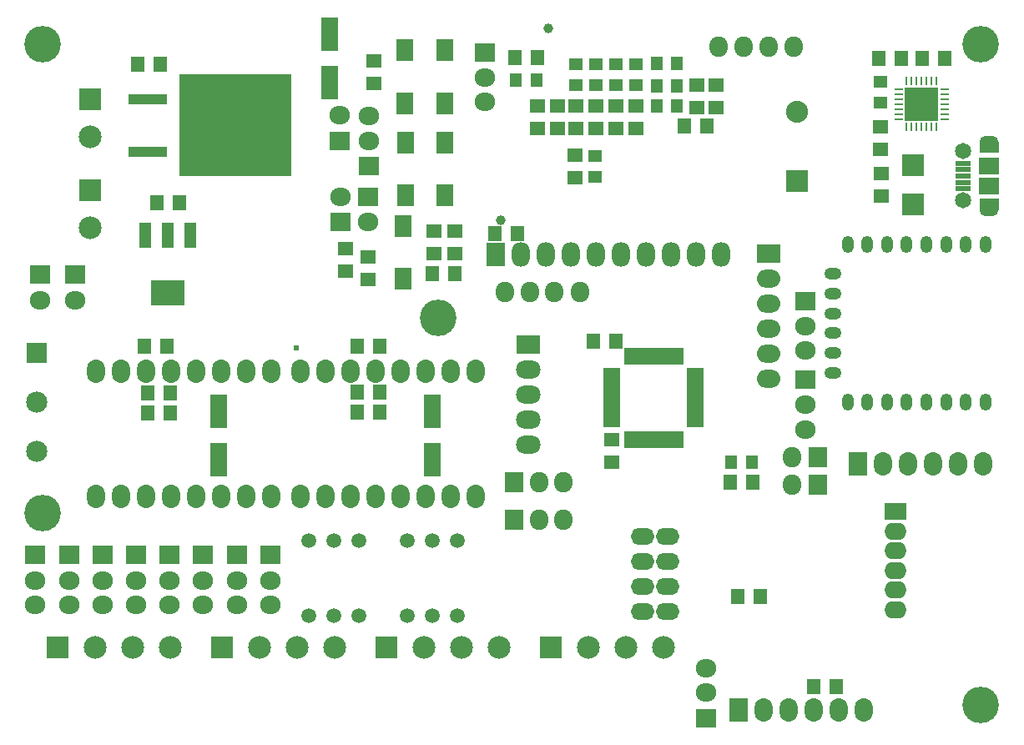
<source format=gts>
G04*
G04 #@! TF.GenerationSoftware,Altium Limited,Altium Designer,18.1.6 (161)*
G04*
G04 Layer_Color=8388736*
%FSTAX24Y24*%
%MOIN*%
G70*
G01*
G75*
%ADD32R,0.1540X0.0390*%
%ADD33R,0.4510X0.4110*%
%ADD38R,0.0380X0.0080*%
%ADD39R,0.0080X0.0380*%
%ADD44R,0.0880X0.0680*%
%ADD45O,0.0880X0.0680*%
%ADD46R,0.0630X0.0580*%
%ADD47R,0.0580X0.0630*%
%ADD48R,0.0610X0.0240*%
%ADD49R,0.0710X0.1320*%
%ADD50R,0.0190X0.0660*%
%ADD51R,0.0660X0.0190*%
%ADD52R,0.0513X0.0552*%
%ADD53R,0.1379X0.1025*%
%ADD54R,0.0474X0.1025*%
%ADD55R,0.0671X0.0867*%
%ADD56R,0.0552X0.0513*%
%ADD57O,0.0480X0.0680*%
%ADD58O,0.0680X0.0480*%
%ADD59R,0.1320X0.1320*%
%ADD60R,0.0867X0.0867*%
%ADD61R,0.0830X0.0670*%
%ADD62R,0.0230X0.0230*%
%ADD63O,0.0930X0.0730*%
%ADD64R,0.0930X0.0730*%
%ADD65O,0.0730X0.0930*%
%ADD66R,0.0730X0.0930*%
%ADD67R,0.0830X0.0730*%
%ADD68O,0.0830X0.0730*%
%ADD69C,0.1460*%
%ADD70R,0.0907X0.0907*%
%ADD71C,0.0907*%
%ADD72O,0.0730X0.0830*%
%ADD73R,0.0730X0.0830*%
%ADD74C,0.0592*%
%ADD75O,0.0940X0.0680*%
%ADD76O,0.0730X0.0980*%
%ADD77R,0.0730X0.0980*%
%ADD78O,0.0980X0.0730*%
%ADD79R,0.0980X0.0730*%
%ADD80C,0.0848*%
%ADD81R,0.0848X0.0848*%
%ADD82R,0.0907X0.0907*%
%ADD83C,0.0880*%
%ADD84R,0.0880X0.0880*%
%ADD85O,0.0750X0.0480*%
%ADD86C,0.0320*%
%ADD87C,0.0650*%
%ADD88C,0.0395*%
G36*
X052925Y038454D02*
X052175D01*
Y037994D01*
X052925D01*
Y038454D01*
D02*
G37*
G36*
Y04029D02*
X052175D01*
Y04075D01*
X052925D01*
Y04029D01*
D02*
G37*
D32*
X018945Y04035D02*
D03*
Y042429D02*
D03*
D33*
X02244Y04139D02*
D03*
D38*
X050755Y041647D02*
D03*
Y041844D02*
D03*
Y042041D02*
D03*
Y042238D02*
D03*
Y042435D02*
D03*
Y042632D02*
D03*
Y042828D02*
D03*
X048925D02*
D03*
Y042632D02*
D03*
Y042435D02*
D03*
Y042238D02*
D03*
Y042041D02*
D03*
Y041844D02*
D03*
Y041647D02*
D03*
D39*
X050431Y043153D02*
D03*
X050234D02*
D03*
X050037D02*
D03*
X04984D02*
D03*
X049643D02*
D03*
X049446D02*
D03*
X049249D02*
D03*
Y041323D02*
D03*
X049446D02*
D03*
X049643D02*
D03*
X04984D02*
D03*
X050037D02*
D03*
X050234D02*
D03*
X050431D02*
D03*
D44*
X04879Y025969D02*
D03*
D45*
Y025182D02*
D03*
Y024394D02*
D03*
Y023607D02*
D03*
Y02282D02*
D03*
Y022032D02*
D03*
D46*
X03747Y02795D02*
D03*
Y02885D02*
D03*
X04825Y038568D02*
D03*
Y039468D02*
D03*
X031191Y03628D02*
D03*
Y03718D02*
D03*
X03038D02*
D03*
Y03628D02*
D03*
X02798Y04307D02*
D03*
Y04397D02*
D03*
X02682Y03557D02*
D03*
Y03647D02*
D03*
X02774Y03525D02*
D03*
Y03615D02*
D03*
X0353Y042158D02*
D03*
Y041258D02*
D03*
X0345Y042158D02*
D03*
Y041258D02*
D03*
X03601Y039308D02*
D03*
Y040208D02*
D03*
X03682Y042158D02*
D03*
Y041258D02*
D03*
X03602Y042158D02*
D03*
Y041258D02*
D03*
X03762Y042158D02*
D03*
Y041258D02*
D03*
X03842Y042158D02*
D03*
Y041258D02*
D03*
X04087Y042108D02*
D03*
Y043008D02*
D03*
X041633Y042108D02*
D03*
Y043008D02*
D03*
X04821Y040448D02*
D03*
Y041348D02*
D03*
D47*
X03675Y03278D02*
D03*
X03765D02*
D03*
X04552Y01898D02*
D03*
X04642D02*
D03*
X01982Y03071D02*
D03*
X01892D02*
D03*
X01982Y02991D02*
D03*
X01892D02*
D03*
X02821Y03073D02*
D03*
X02731D02*
D03*
X02821Y02993D02*
D03*
X02731D02*
D03*
X04339Y02257D02*
D03*
X04249D02*
D03*
X043116Y02712D02*
D03*
X042216D02*
D03*
X0337Y03708D02*
D03*
X0328D02*
D03*
X0303Y03548D02*
D03*
X0312D02*
D03*
X02821Y03258D02*
D03*
X02731D02*
D03*
X01971D02*
D03*
X01881D02*
D03*
X02019Y03829D02*
D03*
X01929D02*
D03*
X01944Y04384D02*
D03*
X01854D02*
D03*
X0345Y044108D02*
D03*
X0336D02*
D03*
X04127Y041358D02*
D03*
X04037D02*
D03*
X04815Y044058D02*
D03*
X04905D02*
D03*
X050773D02*
D03*
X049873D02*
D03*
D48*
X051497Y039116D02*
D03*
Y039372D02*
D03*
Y039883D02*
D03*
Y039628D02*
D03*
Y03886D02*
D03*
D49*
X02176Y02803D02*
D03*
Y029959D02*
D03*
X03031Y02803D02*
D03*
Y029959D02*
D03*
X02621Y043095D02*
D03*
Y045025D02*
D03*
D50*
X040225Y028844D02*
D03*
X040028D02*
D03*
X039831D02*
D03*
X039634D02*
D03*
X039437D02*
D03*
X039241D02*
D03*
X039044D02*
D03*
X038847D02*
D03*
X03865D02*
D03*
X038453D02*
D03*
X038256D02*
D03*
X038059D02*
D03*
Y032164D02*
D03*
X038256D02*
D03*
X038453D02*
D03*
X03865D02*
D03*
X038847D02*
D03*
X039044D02*
D03*
X039241D02*
D03*
X039437D02*
D03*
X039634D02*
D03*
X039831D02*
D03*
X040028D02*
D03*
X040225D02*
D03*
D51*
X037482Y029422D02*
D03*
Y029619D02*
D03*
Y029816D02*
D03*
Y030012D02*
D03*
Y030209D02*
D03*
Y030406D02*
D03*
Y030603D02*
D03*
Y0308D02*
D03*
Y030997D02*
D03*
Y031193D02*
D03*
Y03139D02*
D03*
Y031587D02*
D03*
X040802D02*
D03*
Y03139D02*
D03*
Y031193D02*
D03*
Y030997D02*
D03*
Y0308D02*
D03*
Y030603D02*
D03*
Y030406D02*
D03*
Y030209D02*
D03*
Y030012D02*
D03*
Y029816D02*
D03*
Y029619D02*
D03*
Y029422D02*
D03*
D52*
X042237Y02792D02*
D03*
X043063D02*
D03*
X033637Y043208D02*
D03*
X034463D02*
D03*
X039257Y042158D02*
D03*
X040083D02*
D03*
X039257Y042958D02*
D03*
X040083D02*
D03*
X039257Y043858D02*
D03*
X040083D02*
D03*
D53*
X01974Y034717D02*
D03*
D54*
X018834Y037D02*
D03*
X01974D02*
D03*
X020646D02*
D03*
D55*
X02914Y037383D02*
D03*
Y035257D02*
D03*
X02924Y040713D02*
D03*
Y038587D02*
D03*
X03081Y040713D02*
D03*
Y038587D02*
D03*
X02921Y044409D02*
D03*
Y042283D02*
D03*
X03081Y044407D02*
D03*
Y042281D02*
D03*
D56*
X036818Y040153D02*
D03*
Y039326D02*
D03*
X03842Y043821D02*
D03*
Y042994D02*
D03*
X03762Y043821D02*
D03*
Y042994D02*
D03*
X03682Y043821D02*
D03*
Y042994D02*
D03*
X03602Y043821D02*
D03*
Y042994D02*
D03*
X0482Y042305D02*
D03*
Y043131D02*
D03*
D57*
X052398Y036634D02*
D03*
X051611D02*
D03*
X050823D02*
D03*
X050036D02*
D03*
X049248D02*
D03*
X048461D02*
D03*
X047674D02*
D03*
X046886D02*
D03*
Y030335D02*
D03*
X047674D02*
D03*
X048461D02*
D03*
X049248D02*
D03*
X050036D02*
D03*
X050823D02*
D03*
X051611D02*
D03*
X052398D02*
D03*
D58*
X046296Y035453D02*
D03*
Y034666D02*
D03*
Y033878D02*
D03*
Y033091D02*
D03*
Y032304D02*
D03*
Y031516D02*
D03*
D59*
X04984Y042238D02*
D03*
D60*
X04949Y038241D02*
D03*
Y039815D02*
D03*
D61*
X05255Y039765D02*
D03*
Y038978D02*
D03*
D62*
X02486Y0325D02*
D03*
D63*
X04374Y03228D02*
D03*
Y03528D02*
D03*
Y03428D02*
D03*
Y03328D02*
D03*
Y03128D02*
D03*
D64*
Y03628D02*
D03*
D65*
X04753Y01802D02*
D03*
X04653D02*
D03*
X04553D02*
D03*
X04453D02*
D03*
X04353D02*
D03*
X05229Y02787D02*
D03*
X05129D02*
D03*
X05029D02*
D03*
X04929D02*
D03*
X04829D02*
D03*
X02504Y02658D02*
D03*
X02604D02*
D03*
X02704D02*
D03*
X02804D02*
D03*
X02904D02*
D03*
X03004D02*
D03*
X03104D02*
D03*
X03204D02*
D03*
Y03158D02*
D03*
X03104D02*
D03*
X03004D02*
D03*
X02904D02*
D03*
X02804D02*
D03*
X02704D02*
D03*
X02604D02*
D03*
X02504D02*
D03*
X01687Y02658D02*
D03*
X01787D02*
D03*
X01887D02*
D03*
X01987D02*
D03*
X02087D02*
D03*
X02187D02*
D03*
X02287D02*
D03*
X02387D02*
D03*
Y03158D02*
D03*
X02287D02*
D03*
X02187D02*
D03*
X02087D02*
D03*
X01987D02*
D03*
X01887D02*
D03*
X01787D02*
D03*
X01687D02*
D03*
D66*
X04253Y01802D02*
D03*
X04729Y02787D02*
D03*
D67*
X02383Y02422D02*
D03*
X02249D02*
D03*
X02115D02*
D03*
X01981D02*
D03*
X01847D02*
D03*
X01713D02*
D03*
X01579D02*
D03*
X01445D02*
D03*
X04124Y01771D02*
D03*
X01605Y03542D02*
D03*
X01463D02*
D03*
X02661Y04078D02*
D03*
X02777Y03977D02*
D03*
X02663Y03753D02*
D03*
X02775Y03853D02*
D03*
X03241Y04431D02*
D03*
X04519Y03438D02*
D03*
Y03124D02*
D03*
D68*
X02383Y02321D02*
D03*
Y02223D02*
D03*
X02249Y02321D02*
D03*
Y02223D02*
D03*
X02115D02*
D03*
Y02321D02*
D03*
X01981Y02223D02*
D03*
Y02321D02*
D03*
X01847Y02223D02*
D03*
Y02321D02*
D03*
X01713Y02223D02*
D03*
Y02321D02*
D03*
X01579Y02223D02*
D03*
Y02321D02*
D03*
X01445D02*
D03*
Y02223D02*
D03*
X04124Y0197D02*
D03*
Y01872D02*
D03*
X01605Y03441D02*
D03*
X01463D02*
D03*
X02661Y04179D02*
D03*
X02777Y04176D02*
D03*
Y04078D02*
D03*
X02663Y03854D02*
D03*
X02775Y03752D02*
D03*
X03241Y04232D02*
D03*
Y0433D02*
D03*
X04519Y03239D02*
D03*
Y03337D02*
D03*
Y03023D02*
D03*
Y02925D02*
D03*
D69*
X03055Y0337D02*
D03*
X05219Y04465D02*
D03*
X01474D02*
D03*
Y02591D02*
D03*
X05219Y01822D02*
D03*
D70*
X02189Y020539D02*
D03*
X01532D02*
D03*
X02847D02*
D03*
X03505D02*
D03*
D71*
X02339D02*
D03*
X02489D02*
D03*
X02639D02*
D03*
X01982D02*
D03*
X01832D02*
D03*
X01682D02*
D03*
X02997D02*
D03*
X03147D02*
D03*
X03297D02*
D03*
X03655D02*
D03*
X03805D02*
D03*
X03955D02*
D03*
X01664Y037314D02*
D03*
Y04093D02*
D03*
D72*
X03555Y02715D02*
D03*
X03457D02*
D03*
X03555Y02565D02*
D03*
X03457D02*
D03*
X04468Y02703D02*
D03*
X03619Y03475D02*
D03*
X03518D02*
D03*
X0342D02*
D03*
X03319D02*
D03*
X04473Y044538D02*
D03*
X04372D02*
D03*
X04274D02*
D03*
X04173D02*
D03*
X04468Y02813D02*
D03*
D73*
X03356Y02715D02*
D03*
Y02565D02*
D03*
X04569Y02703D02*
D03*
Y02813D02*
D03*
D74*
X0293Y02481D02*
D03*
X0303D02*
D03*
X0313D02*
D03*
Y02181D02*
D03*
X0303D02*
D03*
X0293D02*
D03*
X02536Y02481D02*
D03*
X02636D02*
D03*
X02736D02*
D03*
Y02181D02*
D03*
X02636D02*
D03*
X02536D02*
D03*
D75*
X03869Y02497D02*
D03*
X03969D02*
D03*
X03869Y02397D02*
D03*
X03969D02*
D03*
X03869Y02297D02*
D03*
X03969D02*
D03*
X03869Y02197D02*
D03*
X03969D02*
D03*
D76*
X03984Y03622D02*
D03*
X03784D02*
D03*
X03584D02*
D03*
X03484D02*
D03*
X03384D02*
D03*
X03684D02*
D03*
X03884D02*
D03*
X04084D02*
D03*
X04184D02*
D03*
D77*
X03284D02*
D03*
D78*
X03414Y02965D02*
D03*
Y03065D02*
D03*
Y03165D02*
D03*
Y02865D02*
D03*
D79*
Y03265D02*
D03*
D80*
X014513Y028382D02*
D03*
Y03035D02*
D03*
D81*
Y032318D02*
D03*
D82*
X01664Y038814D02*
D03*
Y04243D02*
D03*
D83*
X04487Y041945D02*
D03*
D84*
Y039158D02*
D03*
D85*
X05255Y04075D02*
D03*
Y037994D02*
D03*
D86*
X052685Y04075D02*
D03*
X052415D02*
D03*
X052685Y037994D02*
D03*
X052415D02*
D03*
D87*
X051487Y040356D02*
D03*
Y038387D02*
D03*
D88*
X03302Y0376D02*
D03*
X03493Y04527D02*
D03*
M02*

</source>
